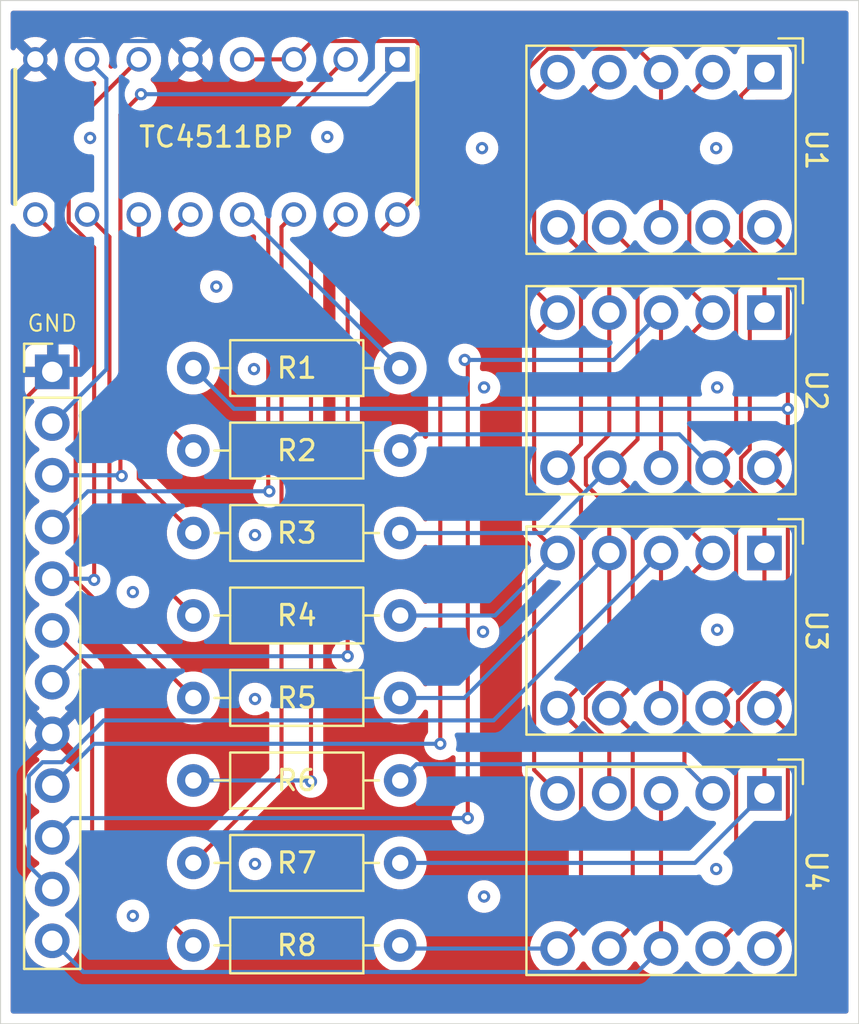
<source format=kicad_pcb>
(kicad_pcb (version 20241229) (generator "pcbnew") (generator_version "9.0")
  (title_block (title "7-segment_LED01") (date "2025-08-15") (company "mrmt_mtk03"))
  (layers (0 "F.Cu" signal) (2 "B.Cu" signal) (13 "F.Paste" user) (15 "B.Paste" user) (5 "F.SilkS" user "F.Silkscreen") (7 "B.SilkS" user "B.Silkscreen") (1 "F.Mask" user) (3 "B.Mask" user) (25 "Edge.Cuts" user))
  (net 0 "")
  (net 1 "Net-(IC1-G)")
  (net 2 "Net-(IC1-VDD)")
  (net 3 "Net-(IC1-D_2)")
  (net 4 "Net-(IC1-B_1)")
  (net 5 "Net-(IC1-A_1)")
  (net 6 "Net-(IC1-C_1)")
  (net 7 "Net-(IC1-A_2)")
  (net 8 "Net-(IC1-C_2)")
  (net 9 "Net-(IC1-B_2)")
  (net 10 "Net-(IC1-F)")
  (net 11 "Net-(IC1-E)")
  (net 12 "Net-(IC1-D_1)")
  (net 13 "Net-(J1-Pin_9)")
  (net 14 "Net-(J1-Pin_11)")
  (net 15 "Net-(J1-Pin_12)")
  (net 16 "Net-(J1-Pin_6)")
  (net 17 "Net-(J1-Pin_10)")
  (net 18 "Net-(U1-A)")
  (net 19 "Net-(U1-B)")
  (net 20 "Net-(U1-C)")
  (net 21 "Net-(U1-D)")
  (net 22 "Net-(U1-E)")
  (net 23 "Net-(U1-F)")
  (net 24 "Net-(U1-G)")
  (net 25 "Net-(U1-DP)")
  (net 26 "GND")
  (footprint "Display_7Segment:Sx39-1xxxxx" (layer "F.Cu") (at 96.97 78.835 -90)
    (property "Reference" "U4" (at 3.81 -2.54 270) (layer "F.SilkS"))
    (property "Value" "SC39-11EWA" (hide yes))
    (fp_line (start -1.3 11.69) (end 8.92 11.69) (stroke (width 0.12)) (layer "F.SilkS"))
    (fp_line (start 8.92 11.69) (end 8.92 -1.53) (stroke (width 0.12)) (layer "F.SilkS"))
    (fp_line (start -1.66 -0.69) (end -1.66 -1.89) (stroke (width 0.12)) (layer "F.SilkS"))
    (fp_line (start -1.3 -1.53) (end -1.3 11.69) (stroke (width 0.12)) (layer "F.SilkS"))
    (fp_line (start 8.92 -1.53) (end -1.3 -1.53) (stroke (width 0.12)) (layer "F.SilkS"))
    (fp_line (start -1.66 -1.89) (end -0.46 -1.89) (stroke (width 0.12)) (layer "F.SilkS"))
    (pad "1" thru_hole rect (at 0 0 270) (size 1.7 1.7) (drill 1) (layers "*.Cu" "*.Mask") (net 24 "Net-(U1-G)"))
    (pad "2" thru_hole circle (at 0 2.54 270) (size 1.7 1.7) (drill 1) (layers "*.Cu" "*.Mask") (net 23 "Net-(U1-F)"))
    (pad "3" thru_hole circle (at 0 5.08 270) (size 1.7 1.7) (drill 1) (layers "*.Cu" "*.Mask") (net 15 "Net-(J1-Pin_12)"))
    (pad "4" thru_hole circle (at 0 7.62 270) (size 1.7 1.7) (drill 1) (layers "*.Cu" "*.Mask") (net 22 "Net-(U1-E)"))
    (pad "5" thru_hole circle (at 0 10.16 270) (size 1.7 1.7) (drill 1) (layers "*.Cu" "*.Mask") (net 21 "Net-(U1-D)"))
    (pad "6" thru_hole circle (at 7.62 10.16 270) (size 1.7 1.7) (drill 1) (layers "*.Cu" "*.Mask") (net 25 "Net-(U1-DP)"))
    (pad "7" thru_hole circle (at 7.62 7.62 270) (size 1.7 1.7) (drill 1) (layers "*.Cu" "*.Mask") (net 20 "Net-(U1-C)"))
    (pad "8" thru_hole circle (at 7.62 5.08 270) (size 1.7 1.7) (drill 1) (layers "*.Cu" "*.Mask") (net 15 "Net-(J1-Pin_12)"))
    (pad "9" thru_hole circle (at 7.62 2.54 270) (size 1.7 1.7) (drill 1) (layers "*.Cu" "*.Mask") (net 19 "Net-(U1-B)"))
    (pad "10" thru_hole circle (at 7.62 0 270) (size 1.7 1.7) (drill 1) (layers "*.Cu" "*.Mask") (net 18 "Net-(U1-A)"))
  )
  (footprint "TC4511BP:DIP762W60P254L1975H445Q16N" (layer "F.Cu") (at 70.05 46.6 -90)
    (property "Reference" "IC1" (hide yes))
    (property "Value" "TC4511BP" (hide yes))
    (fp_line (start -3.3 9.875) (end 3.3 9.875) (stroke (width 0.2)) (layer "F.SilkS"))
    (fp_line (start -4.41 -9.875) (end 3.3 -9.875) (stroke (width 0.2)) (layer "F.SilkS"))
    (pad "1" thru_hole rect (at -3.81 -8.89 270) (size 1.2 1.2) (drill 0.8) (layers "*.Cu" "*.Mask") (net 4 "Net-(IC1-B_1)"))
    (pad "2" thru_hole circle (at -3.81 -6.35 270) (size 1.2 1.2) (drill 0.8) (layers "*.Cu" "*.Mask") (net 6 "Net-(IC1-C_1)"))
    (pad "3" thru_hole circle (at -3.81 -3.81 270) (size 1.2 1.2) (drill 0.8) (layers "*.Cu" "*.Mask") (net 2 "Net-(IC1-VDD)"))
    (pad "4" thru_hole circle (at -3.81 -1.27 270) (size 1.2 1.2) (drill 0.8) (layers "*.Cu" "*.Mask") (net 2 "Net-(IC1-VDD)"))
    (pad "5" thru_hole circle (at -3.81 1.27 270) (size 1.2 1.2) (drill 0.8) (layers "*.Cu" "*.Mask") (net 26 "GND"))
    (pad "6" thru_hole circle (at -3.81 3.81 270) (size 1.2 1.2) (drill 0.8) (layers "*.Cu" "*.Mask") (net 12 "Net-(IC1-D_1)"))
    (pad "7" thru_hole circle (at -3.81 6.35 270) (size 1.2 1.2) (drill 0.8) (layers "*.Cu" "*.Mask") (net 5 "Net-(IC1-A_1)"))
    (pad "8" thru_hole circle (at -3.81 8.89 270) (size 1.2 1.2) (drill 0.8) (layers "*.Cu" "*.Mask") (net 26 "GND"))
    (pad "9" thru_hole circle (at 3.81 8.89 270) (size 1.2 1.2) (drill 0.8) (layers "*.Cu" "*.Mask") (net 11 "Net-(IC1-E)"))
    (pad "10" thru_hole circle (at 3.81 6.35 270) (size 1.2 1.2) (drill 0.8) (layers "*.Cu" "*.Mask") (net 3 "Net-(IC1-D_2)"))
    (pad "11" thru_hole circle (at 3.81 3.81 270) (size 1.2 1.2) (drill 0.8) (layers "*.Cu" "*.Mask") (net 8 "Net-(IC1-C_2)"))
    (pad "12" thru_hole circle (at 3.81 1.27 270) (size 1.2 1.2) (drill 0.8) (layers "*.Cu" "*.Mask") (net 9 "Net-(IC1-B_2)"))
    (pad "13" thru_hole circle (at 3.81 -1.27 270) (size 1.2 1.2) (drill 0.8) (layers "*.Cu" "*.Mask") (net 7 "Net-(IC1-A_2)"))
    (pad "14" thru_hole circle (at 3.81 -3.81 270) (size 1.2 1.2) (drill 0.8) (layers "*.Cu" "*.Mask") (net 1 "Net-(IC1-G)"))
    (pad "15" thru_hole circle (at 3.81 -6.35 270) (size 1.2 1.2) (drill 0.8) (layers "*.Cu" "*.Mask") (net 10 "Net-(IC1-F)"))
    (pad "16" thru_hole circle (at 3.81 -8.89 270) (size 1.2 1.2) (drill 0.8) (layers "*.Cu" "*.Mask") (net 2 "Net-(IC1-VDD)"))
  )
  (footprint "Display_7Segment:Sx39-1xxxxx" (layer "F.Cu") (at 96.97 43.42 -90)
    (property "Reference" "U1" (at 3.81 -2.54 270) (layer "F.SilkS"))
    (property "Value" "SC39-11EWA" (hide yes))
    (fp_line (start -1.3 11.69) (end 8.92 11.69) (stroke (width 0.12)) (layer "F.SilkS"))
    (fp_line (start 8.92 11.69) (end 8.92 -1.53) (stroke (width 0.12)) (layer "F.SilkS"))
    (fp_line (start -1.66 -0.69) (end -1.66 -1.89) (stroke (width 0.12)) (layer "F.SilkS"))
    (fp_line (start -1.3 -1.53) (end -1.3 11.69) (stroke (width 0.12)) (layer "F.SilkS"))
    (fp_line (start 8.92 -1.53) (end -1.3 -1.53) (stroke (width 0.12)) (layer "F.SilkS"))
    (fp_line (start -1.66 -1.89) (end -0.46 -1.89) (stroke (width 0.12)) (layer "F.SilkS"))
    (pad "1" thru_hole rect (at 0 0 270) (size 1.7 1.7) (drill 1) (layers "*.Cu" "*.Mask") (net 24 "Net-(U1-G)"))
    (pad "2" thru_hole circle (at 0 2.54 270) (size 1.7 1.7) (drill 1) (layers "*.Cu" "*.Mask") (net 23 "Net-(U1-F)"))
    (pad "3" thru_hole circle (at 0 5.08 270) (size 1.7 1.7) (drill 1) (layers "*.Cu" "*.Mask") (net 13 "Net-(J1-Pin_9)"))
    (pad "4" thru_hole circle (at 0 7.62 270) (size 1.7 1.7) (drill 1) (layers "*.Cu" "*.Mask") (net 22 "Net-(U1-E)"))
    (pad "5" thru_hole circle (at 0 10.16 270) (size 1.7 1.7) (drill 1) (layers "*.Cu" "*.Mask") (net 21 "Net-(U1-D)"))
    (pad "6" thru_hole circle (at 7.62 10.16 270) (size 1.7 1.7) (drill 1) (layers "*.Cu" "*.Mask") (net 25 "Net-(U1-DP)"))
    (pad "7" thru_hole circle (at 7.62 7.62 270) (size 1.7 1.7) (drill 1) (layers "*.Cu" "*.Mask") (net 20 "Net-(U1-C)"))
    (pad "8" thru_hole circle (at 7.62 5.08 270) (size 1.7 1.7) (drill 1) (layers "*.Cu" "*.Mask") (net 13 "Net-(J1-Pin_9)"))
    (pad "9" thru_hole circle (at 7.62 2.54 270) (size 1.7 1.7) (drill 1) (layers "*.Cu" "*.Mask") (net 19 "Net-(U1-B)"))
    (pad "10" thru_hole circle (at 7.62 0 270) (size 1.7 1.7) (drill 1) (layers "*.Cu" "*.Mask") (net 18 "Net-(U1-A)"))
  )
  (footprint "Resistor_THT:R_Axial_DIN0207_L6.3mm_D2.5mm_P10.16mm_Horizontal" (layer "F.Cu") (at 79.08 70.1 180)
    (property "Reference" "R4" (at 5.08 0 0) (layer "F.SilkS"))
    (property "Value" "R" (hide yes))
    (fp_line (start 9.12 0) (end 8.35 0) (stroke (width 0.12)) (layer "F.SilkS"))
    (fp_line (start 1.04 0) (end 1.81 0) (stroke (width 0.12)) (layer "F.SilkS"))
    (fp_rect (start 1.81 -1.37) (end 8.35 1.37) (stroke (width 0.12)) (fill no) (layer "F.SilkS"))
    (pad "1" thru_hole circle (at 0 0 180) (size 1.6 1.6) (drill 0.8) (layers "*.Cu" "*.Mask") (net 21 "Net-(U1-D)"))
    (pad "2" thru_hole circle (at 10.16 0 180) (size 1.6 1.6) (drill 0.8) (layers "*.Cu" "*.Mask") (net 3 "Net-(IC1-D_2)"))
  )
  (footprint "Display_7Segment:Sx39-1xxxxx" (layer "F.Cu") (at 96.97 55.225 -90)
    (property "Reference" "U2" (at 3.81 -2.54 270) (layer "F.SilkS"))
    (property "Value" "SC39-11EWA" (hide yes))
    (fp_line (start -1.3 11.69) (end 8.92 11.69) (stroke (width 0.12)) (layer "F.SilkS"))
    (fp_line (start 8.92 11.69) (end 8.92 -1.53) (stroke (width 0.12)) (layer "F.SilkS"))
    (fp_line (start -1.66 -0.69) (end -1.66 -1.89) (stroke (width 0.12)) (layer "F.SilkS"))
    (fp_line (start -1.3 -1.53) (end -1.3 11.69) (stroke (width 0.12)) (layer "F.SilkS"))
    (fp_line (start 8.92 -1.53) (end -1.3 -1.53) (stroke (width 0.12)) (layer "F.SilkS"))
    (fp_line (start -1.66 -1.89) (end -0.46 -1.89) (stroke (width 0.12)) (layer "F.SilkS"))
    (pad "1" thru_hole rect (at 0 0 270) (size 1.7 1.7) (drill 1) (layers "*.Cu" "*.Mask") (net 24 "Net-(U1-G)"))
    (pad "2" thru_hole circle (at 0 2.54 270) (size 1.7 1.7) (drill 1) (layers "*.Cu" "*.Mask") (net 23 "Net-(U1-F)"))
    (pad "3" thru_hole circle (at 0 5.08 270) (size 1.7 1.7) (drill 1) (layers "*.Cu" "*.Mask") (net 17 "Net-(J1-Pin_10)"))
    (pad "4" thru_hole circle (at 0 7.62 270) (size 1.7 1.7) (drill 1) (layers "*.Cu" "*.Mask") (net 22 "Net-(U1-E)"))
    (pad "5" thru_hole circle (at 0 10.16 270) (size 1.7 1.7) (drill 1) (layers "*.Cu" "*.Mask") (net 21 "Net-(U1-D)"))
    (pad "6" thru_hole circle (at 7.62 10.16 270) (size 1.7 1.7) (drill 1) (layers "*.Cu" "*.Mask") (net 25 "Net-(U1-DP)"))
    (pad "7" thru_hole circle (at 7.62 7.62 270) (size 1.7 1.7) (drill 1) (layers "*.Cu" "*.Mask") (net 20 "Net-(U1-C)"))
    (pad "8" thru_hole circle (at 7.62 5.08 270) (size 1.7 1.7) (drill 1) (layers "*.Cu" "*.Mask") (net 17 "Net-(J1-Pin_10)"))
    (pad "9" thru_hole circle (at 7.62 2.54 270) (size 1.7 1.7) (drill 1) (layers "*.Cu" "*.Mask") (net 19 "Net-(U1-B)"))
    (pad "10" thru_hole circle (at 7.62 0 270) (size 1.7 1.7) (drill 1) (layers "*.Cu" "*.Mask") (net 18 "Net-(U1-A)"))
  )
  (footprint "Connector_PinHeader_2.54mm:PinHeader_1x12_P2.54mm_Vertical" (layer "F.Cu") (at 61.99 58.135)
    (property "Reference" "GND" (at 0 -2.38 0) (layer "F.SilkS") (effects (font (size 0.8 0.8) (thickness 0.1) (bold yes))))
    (property "Value" "Conn_01x12_Pin" (hide yes))
    (fp_line (start -1.38 -1.38) (end 0 -1.38) (stroke (width 0.12)) (layer "F.SilkS"))
    (fp_line (start -1.38 0) (end -1.38 -1.38) (stroke (width 0.12)) (layer "F.SilkS"))
    (fp_line (start -1.38 1.27) (end -1.38 29.32) (stroke (width 0.12)) (layer "F.SilkS"))
    (fp_line (start -1.38 1.27) (end 1.38 1.27) (stroke (width 0.12)) (layer "F.SilkS"))
    (fp_line (start -1.38 29.32) (end 1.38 29.32) (stroke (width 0.12)) (layer "F.SilkS"))
    (fp_line (start 1.38 1.27) (end 1.38 29.32) (stroke (width 0.12)) (layer "F.SilkS"))
    (pad "1" thru_hole rect (at 0 0) (size 1.7 1.7) (drill 1) (layers "*.Cu" "*.Mask") (net 26 "GND"))
    (pad "2" thru_hole circle (at 0 2.54) (size 1.7 1.7) (drill 1) (layers "*.Cu" "*.Mask") (net 5 "Net-(IC1-A_1)"))
    (pad "3" thru_hole circle (at 0 5.08) (size 1.7 1.7) (drill 1) (layers "*.Cu" "*.Mask") (net 4 "Net-(IC1-B_1)"))
    (pad "4" thru_hole circle (at 0 7.62) (size 1.7 1.7) (drill 1) (layers "*.Cu" "*.Mask") (net 6 "Net-(IC1-C_1)"))
    (pad "5" thru_hole circle (at 0 10.16) (size 1.7 1.7) (drill 1) (layers "*.Cu" "*.Mask") (net 12 "Net-(IC1-D_1)"))
    (pad "6" thru_hole circle (at 0 12.7) (size 1.7 1.7) (drill 1) (layers "*.Cu" "*.Mask") (net 16 "Net-(J1-Pin_6)"))
    (pad "7" thru_hole circle (at 0 15.24) (size 1.7 1.7) (drill 1) (layers "*.Cu" "*.Mask") (net 2 "Net-(IC1-VDD)"))
    (pad "8" thru_hole circle (at 0 17.78) (size 1.7 1.7) (drill 1) (layers "*.Cu" "*.Mask") (net 26 "GND"))
    (pad "9" thru_hole circle (at 0 20.32) (size 1.7 1.7) (drill 1) (layers "*.Cu" "*.Mask") (net 13 "Net-(J1-Pin_9)"))
    (pad "10" thru_hole circle (at 0 22.86) (size 1.7 1.7) (drill 1) (layers "*.Cu" "*.Mask") (net 17 "Net-(J1-Pin_10)"))
    (pad "11" thru_hole circle (at 0 25.4) (size 1.7 1.7) (drill 1) (layers "*.Cu" "*.Mask") (net 14 "Net-(J1-Pin_11)"))
    (pad "12" thru_hole circle (at 0 27.94) (size 1.7 1.7) (drill 1) (layers "*.Cu" "*.Mask") (net 15 "Net-(J1-Pin_12)"))
  )
  (footprint "Resistor_THT:R_Axial_DIN0207_L6.3mm_D2.5mm_P10.16mm_Horizontal" (layer "F.Cu") (at 79.08 57.95 180)
    (property "Reference" "R1" (at 5.08 0 0) (layer "F.SilkS"))
    (property "Value" "R" (hide yes))
    (fp_line (start 9.12 0) (end 8.35 0) (stroke (width 0.12)) (layer "F.SilkS"))
    (fp_line (start 1.04 0) (end 1.81 0) (stroke (width 0.12)) (layer "F.SilkS"))
    (fp_rect (start 1.81 -1.37) (end 8.35 1.37) (stroke (width 0.12)) (fill no) (layer "F.SilkS"))
    (pad "1" thru_hole circle (at 0 0 180) (size 1.6 1.6) (drill 0.8) (layers "*.Cu" "*.Mask") (net 7 "Net-(IC1-A_2)"))
    (pad "2" thru_hole circle (at 10.16 0 180) (size 1.6 1.6) (drill 0.8) (layers "*.Cu" "*.Mask") (net 18 "Net-(U1-A)"))
  )
  (footprint "Resistor_THT:R_Axial_DIN0207_L6.3mm_D2.5mm_P10.16mm_Horizontal" (layer "F.Cu") (at 79.08 74.15 180)
    (property "Reference" "R5" (at 5.08 0 0) (layer "F.SilkS"))
    (property "Value" "R" (hide yes))
    (fp_line (start 9.12 0) (end 8.35 0) (stroke (width 0.12)) (layer "F.SilkS"))
    (fp_line (start 1.04 0) (end 1.81 0) (stroke (width 0.12)) (layer "F.SilkS"))
    (fp_rect (start 1.81 -1.37) (end 8.35 1.37) (stroke (width 0.12)) (fill no) (layer "F.SilkS"))
    (pad "1" thru_hole circle (at 0 0 180) (size 1.6 1.6) (drill 0.8) (layers "*.Cu" "*.Mask") (net 22 "Net-(U1-E)"))
    (pad "2" thru_hole circle (at 10.16 0 180) (size 1.6 1.6) (drill 0.8) (layers "*.Cu" "*.Mask") (net 11 "Net-(IC1-E)"))
  )
  (footprint "Resistor_THT:R_Axial_DIN0207_L6.3mm_D2.5mm_P10.16mm_Horizontal" (layer "F.Cu") (at 79.08 86.3 180)
    (property "Reference" "R8" (at 5.08 0 0) (layer "F.SilkS"))
    (property "Value" "R" (hide yes))
    (fp_line (start 9.12 0) (end 8.35 0) (stroke (width 0.12)) (layer "F.SilkS"))
    (fp_line (start 1.04 0) (end 1.81 0) (stroke (width 0.12)) (layer "F.SilkS"))
    (fp_rect (start 1.81 -1.37) (end 8.35 1.37) (stroke (width 0.12)) (fill no) (layer "F.SilkS"))
    (pad "1" thru_hole circle (at 0 0 180) (size 1.6 1.6) (drill 0.8) (layers "*.Cu" "*.Mask") (net 25 "Net-(U1-DP)"))
    (pad "2" thru_hole circle (at 10.16 0 180) (size 1.6 1.6) (drill 0.8) (layers "*.Cu" "*.Mask") (net 16 "Net-(J1-Pin_6)"))
  )
  (footprint "Resistor_THT:R_Axial_DIN0207_L6.3mm_D2.5mm_P10.16mm_Horizontal" (layer "F.Cu") (at 79.08 66.05 180)
    (property "Reference" "R3" (at 5.08 0 0) (layer "F.SilkS"))
    (property "Value" "R" (hide yes))
    (fp_line (start 9.12 0) (end 8.35 0) (stroke (width 0.12)) (layer "F.SilkS"))
    (fp_line (start 1.04 0) (end 1.81 0) (stroke (width 0.12)) (layer "F.SilkS"))
    (fp_rect (start 1.81 -1.37) (end 8.35 1.37) (stroke (width 0.12)) (fill no) (layer "F.SilkS"))
    (pad "1" thru_hole circle (at 0 0 180) (size 1.6 1.6) (drill 0.8) (layers "*.Cu" "*.Mask") (net 20 "Net-(U1-C)"))
    (pad "2" thru_hole circle (at 10.16 0 180) (size 1.6 1.6) (drill 0.8) (layers "*.Cu" "*.Mask") (net 8 "Net-(IC1-C_2)"))
  )
  (footprint "Resistor_THT:R_Axial_DIN0207_L6.3mm_D2.5mm_P10.16mm_Horizontal" (layer "F.Cu") (at 79.08 62 180)
    (property "Reference" "R2" (at 5.08 0 0) (layer "F.SilkS"))
    (property "Value" "R" (hide yes))
    (fp_line (start 9.12 0) (end 8.35 0) (stroke (width 0.12)) (layer "F.SilkS"))
    (fp_line (start 1.04 0) (end 1.81 0) (stroke (width 0.12)) (layer "F.SilkS"))
    (fp_rect (start 1.81 -1.37) (end 8.35 1.37) (stroke (width 0.12)) (fill no) (layer "F.SilkS"))
    (pad "1" thru_hole circle (at 0 0 180) (size 1.6 1.6) (drill 0.8) (layers "*.Cu" "*.Mask") (net 19 "Net-(U1-B)"))
    (pad "2" thru_hole circle (at 10.16 0 180) (size 1.6 1.6) (drill 0.8) (layers "*.Cu" "*.Mask") (net 9 "Net-(IC1-B_2)"))
  )
  (footprint "Resistor_THT:R_Axial_DIN0207_L6.3mm_D2.5mm_P10.16mm_Horizontal" (layer "F.Cu") (at 79.08 82.25 180)
    (property "Reference" "R7" (at 5.08 0 0) (layer "F.SilkS"))
    (property "Value" "R" (hide yes))
    (fp_line (start 9.12 0) (end 8.35 0) (stroke (width 0.12)) (layer "F.SilkS"))
    (fp_line (start 1.04 0) (end 1.81 0) (stroke (width 0.12)) (layer "F.SilkS"))
    (fp_rect (start 1.81 -1.37) (end 8.35 1.37) (stroke (width 0.12)) (fill no) (layer "F.SilkS"))
    (pad "1" thru_hole circle (at 0 0 180) (size 1.6 1.6) (drill 0.8) (layers "*.Cu" "*.Mask") (net 24 "Net-(U1-G)"))
    (pad "2" thru_hole circle (at 10.16 0 180) (size 1.6 1.6) (drill 0.8) (layers "*.Cu" "*.Mask") (net 1 "Net-(IC1-G)"))
  )
  (footprint "Resistor_THT:R_Axial_DIN0207_L6.3mm_D2.5mm_P10.16mm_Horizontal" (layer "F.Cu") (at 79.08 78.2 180)
    (property "Reference" "R6" (at 5.08 0 0) (layer "F.SilkS"))
    (property "Value" "R" (hide yes))
    (fp_line (start 9.12 0) (end 8.35 0) (stroke (width 0.12)) (layer "F.SilkS"))
    (fp_line (start 1.04 0) (end 1.81 0) (stroke (width 0.12)) (layer "F.SilkS"))
    (fp_rect (start 1.81 -1.37) (end 8.35 1.37) (stroke (width 0.12)) (fill no) (layer "F.SilkS"))
    (pad "1" thru_hole circle (at 0 0 180) (size 1.6 1.6) (drill 0.8) (layers "*.Cu" "*.Mask") (net 23 "Net-(U1-F)"))
    (pad "2" thru_hole circle (at 10.16 0 180) (size 1.6 1.6) (drill 0.8) (layers "*.Cu" "*.Mask") (net 10 "Net-(IC1-F)"))
  )
  (footprint "Display_7Segment:Sx39-1xxxxx" (layer "F.Cu") (at 96.97 67.03 -90)
    (property "Reference" "U3" (at 3.81 -2.54 270) (layer "F.SilkS"))
    (property "Value" "SC39-11EWA" (hide yes))
    (fp_line (start -1.3 11.69) (end 8.92 11.69) (stroke (width 0.12)) (layer "F.SilkS"))
    (fp_line (start 8.92 11.69) (end 8.92 -1.53) (stroke (width 0.12)) (layer "F.SilkS"))
    (fp_line (start -1.66 -0.69) (end -1.66 -1.89) (stroke (width 0.12)) (layer "F.SilkS"))
    (fp_line (start -1.3 -1.53) (end -1.3 11.69) (stroke (width 0.12)) (layer "F.SilkS"))
    (fp_line (start 8.92 -1.53) (end -1.3 -1.53) (stroke (width 0.12)) (layer "F.SilkS"))
    (fp_line (start -1.66 -1.89) (end -0.46 -1.89) (stroke (width 0.12)) (layer "F.SilkS"))
    (pad "1" thru_hole rect (at 0 0 270) (size 1.7 1.7) (drill 1) (layers "*.Cu" "*.Mask") (net 24 "Net-(U1-G)"))
    (pad "2" thru_hole circle (at 0 2.54 270) (size 1.7 1.7) (drill 1) (layers "*.Cu" "*.Mask") (net 23 "Net-(U1-F)"))
    (pad "3" thru_hole circle (at 0 5.08 270) (size 1.7 1.7) (drill 1) (layers "*.Cu" "*.Mask") (net 14 "Net-(J1-Pin_11)"))
    (pad "4" thru_hole circle (at 0 7.62 270) (size 1.7 1.7) (drill 1) (layers "*.Cu" "*.Mask") (net 22 "Net-(U1-E)"))
    (pad "5" thru_hole circle (at 0 10.16 270) (size 1.7 1.7) (drill 1) (layers "*.Cu" "*.Mask") (net 21 "Net-(U1-D)"))
    (pad "6" thru_hole circle (at 7.62 10.16 270) (size 1.7 1.7) (drill 1) (layers "*.Cu" "*.Mask") (net 25 "Net-(U1-DP)"))
    (pad "7" thru_hole circle (at 7.62 7.62 270) (size 1.7 1.7) (drill 1) (layers "*.Cu" "*.Mask") (net 20 "Net-(U1-C)"))
    (pad "8" thru_hole circle (at 7.62 5.08 270) (size 1.7 1.7) (drill 1) (layers "*.Cu" "*.Mask") (net 14 "Net-(J1-Pin_11)"))
    (pad "9" thru_hole circle (at 7.62 2.54 270) (size 1.7 1.7) (drill 1) (layers "*.Cu" "*.Mask") (net 19 "Net-(U1-B)"))
    (pad "10" thru_hole circle (at 7.62 0 270) (size 1.7 1.7) (drill 1) (layers "*.Cu" "*.Mask") (net 18 "Net-(U1-A)"))
  )
  (gr_rect (start 59.45 39.9) (end 101.6 90.15) (stroke (width 0.05)) (fill no) (layer "Edge.Cuts"))
  (gr_text "TC4511BP" (at 70.05 46.6 0) (layer "F.SilkS") (effects (font (size 1 1))))
  (via (at 71.9 58) (size 0.6) (drill 0.3) (layers "F.Cu" "B.Cu") (net 0))
  (via (at 94.6 47.15) (size 0.6) (drill 0.3) (layers "F.Cu" "B.Cu") (net 0))
  (via (at 70.05 53.95) (size 0.6) (drill 0.3) (layers "F.Cu" "B.Cu") (net 0))
  (via (at 75.5 46.6) (size 0.6) (drill 0.3) (layers "F.Cu" "B.Cu") (net 0))
  (via (at 71.95 66.15) (size 0.6) (drill 0.3) (layers "F.Cu" "B.Cu") (net 0))
  (via (at 83.2 58.9) (size 0.6) (drill 0.3) (layers "F.Cu" "B.Cu") (net 0))
  (via (at 83.1 47.15) (size 0.6) (drill 0.3) (layers "F.Cu" "B.Cu") (net 0))
  (via (at 65.95 84.85) (size 0.6) (drill 0.3) (layers "F.Cu" "B.Cu") (net 0))
  (via (at 63.85 46.65) (size 0.6) (drill 0.3) (layers "F.Cu" "B.Cu") (net 0))
  (via (at 94.65 58.9) (size 0.6) (drill 0.3) (layers "F.Cu" "B.Cu") (net 0))
  (via (at 83.15 70.9) (size 0.6) (drill 0.3) (layers "F.Cu" "B.Cu") (net 0))
  (via (at 71.95 74.2) (size 0.6) (drill 0.3) (layers "F.Cu" "B.Cu") (net 0))
  (via (at 65.95 68.95) (size 0.6) (drill 0.3) (layers "F.Cu" "B.Cu") (net 0))
  (via (at 94.6 82.55) (size 0.6) (drill 0.3) (layers "F.Cu" "B.Cu") (net 0))
  (via (at 94.65 70.8) (size 0.6) (drill 0.3) (layers "F.Cu" "B.Cu") (net 0))
  (via (at 71.95 82.3) (size 0.6) (drill 0.3) (layers "F.Cu" "B.Cu") (net 0))
  (via (at 83.2 83.9) (size 0.6) (drill 0.3) (layers "F.Cu" "B.Cu") (net 0))
  (segment (start 73.86 50.41) (end 73.251 51.019) (width 0.2) (layer "F.Cu") (net 1))
  (segment (start 73.251 77.919) (end 68.92 82.25) (width 0.2) (layer "F.Cu") (net 1))
  (segment (start 73.251 51.019) (end 73.251 77.919) (width 0.2) (layer "F.Cu") (net 1))
  (segment (start 80.4 48.95) (end 80.4 42.448) (width 0.2) (layer "F.Cu") (net 2))
  (segment (start 78.94 50.41) (end 80.4 48.95) (width 0.2) (layer "F.Cu") (net 2))
  (segment (start 80.4 42.448) (end 79.841 41.889) (width 0.2) (layer "F.Cu") (net 2))
  (segment (start 76.5 52.85) (end 78.94 50.41) (width 0.2) (layer "F.Cu") (net 2))
  (segment (start 74.761 41.889) (end 73.86 42.79) (width 0.2) (layer "F.Cu") (net 2))
  (segment (start 76.5 72.1) (end 76.5 52.85) (width 0.2) (layer "F.Cu") (net 2))
  (segment (start 71.32 42.79) (end 73.86 42.79) (width 0.2) (layer "F.Cu") (net 2))
  (segment (start 79.841 41.889) (end 74.761 41.889) (width 0.2) (layer "F.Cu") (net 2))
  (via (at 76.5 72.1) (size 0.6) (drill 0.3) (layers "F.Cu" "B.Cu") (net 2))
  (segment (start 76.5 72.1) (end 63.265 72.1) (width 0.2) (layer "B.Cu") (net 2))
  (segment (start 63.265 72.1) (end 61.99 73.375) (width 0.2) (layer "B.Cu") (net 2))
  (segment (start 64.8 65.98) (end 68.92 70.1) (width 0.2) (layer "F.Cu") (net 3))
  (segment (start 64.8 51.51) (end 64.8 65.98) (width 0.2) (layer "F.Cu") (net 3))
  (segment (start 63.7 50.41) (end 64.8 51.51) (width 0.2) (layer "F.Cu") (net 3))
  (segment (start 65.339 63.189) (end 65.339 45.511) (width 0.2) (layer "F.Cu") (net 4))
  (segment (start 65.339 63.189) (end 65.4 63.25) (width 0.2) (layer "F.Cu") (net 4))
  (segment (start 65.339 45.511) (end 66.35 44.5) (width 0.2) (layer "F.Cu") (net 4))
  (via (at 65.4 63.25) (size 0.6) (drill 0.3) (layers "F.Cu" "B.Cu") (net 4))
  (via (at 66.35 44.5) (size 0.6) (drill 0.3) (layers "F.Cu" "B.Cu") (net 4))
  (segment (start 65.365 63.215) (end 61.99 63.215) (width 0.2) (layer "B.Cu") (net 4))
  (segment (start 77.45 44.5) (end 78.94 43.01) (width 0.2) (layer "B.Cu") (net 4))
  (segment (start 66.35 44.5) (end 77.45 44.5) (width 0.2) (layer "B.Cu") (net 4))
  (segment (start 78.94 43.01) (end 78.94 42.79) (width 0.2) (layer "B.Cu") (net 4))
  (segment (start 65.4 63.25) (end 65.365 63.215) (width 0.2) (layer "B.Cu") (net 4))
  (segment (start 64.65 43.74) (end 64.65 58.015) (width 0.2) (layer "B.Cu") (net 5))
  (segment (start 63.7 42.79) (end 64.65 43.74) (width 0.2) (layer "B.Cu") (net 5))
  (segment (start 64.65 58.015) (end 61.99 60.675) (width 0.2) (layer "B.Cu") (net 5))
  (segment (start 72.6 46.59) (end 72.6 63.95) (width 0.2) (layer "F.Cu") (net 6))
  (segment (start 72.6 63.95) (end 72.65 64) (width 0.2) (layer "F.Cu") (net 6))
  (segment (start 76.4 42.79) (end 72.6 46.59) (width 0.2) (layer "F.Cu") (net 6))
  (via (at 72.65 64) (size 0.6) (drill 0.3) (layers "F.Cu" "B.Cu") (net 6))
  (segment (start 72.65 64) (end 63.745 64) (width 0.2) (layer "B.Cu") (net 6))
  (segment (start 63.745 64) (end 61.99 65.755) (width 0.2) (layer "B.Cu") (net 6))
  (segment (start 79.08 57.95) (end 71.54 50.41) (width 0.2) (layer "B.Cu") (net 7))
  (segment (start 71.54 50.41) (end 71.32 50.41) (width 0.2) (layer "B.Cu") (net 7))
  (segment (start 66.24 63.37) (end 68.92 66.05) (width 0.2) (layer "F.Cu") (net 8))
  (segment (start 66.24 50.41) (end 66.24 63.37) (width 0.2) (layer "F.Cu") (net 8))
  (segment (start 67.5 51.69) (end 67.5 60.58) (width 0.2) (layer "F.Cu") (net 9))
  (segment (start 68.78 50.41) (end 67.5 51.69) (width 0.2) (layer "F.Cu") (net 9))
  (segment (start 67.5 60.58) (end 68.92 62) (width 0.2) (layer "F.Cu") (net 9))
  (segment (start 76.4 50.41) (end 74.7 52.11) (width 0.2) (layer "F.Cu") (net 10))
  (segment (start 74.7 52.11) (end 74.7 78.25) (width 0.2) (layer "F.Cu") (net 10))
  (via (at 74.7 78.25) (size 0.6) (drill 0.3) (layers "F.Cu" "B.Cu") (net 10))
  (segment (start 74.65 78.2) (end 68.92 78.2) (width 0.2) (layer "B.Cu") (net 10))
  (segment (start 74.7 78.25) (end 74.65 78.2) (width 0.2) (layer "B.Cu") (net 10))
  (segment (start 63.141 68.371) (end 68.92 74.15) (width 0.2) (layer "F.Cu") (net 11))
  (segment (start 63.141 52.391) (end 63.141 68.371) (width 0.2) (layer "F.Cu") (net 11))
  (segment (start 61.16 50.41) (end 63.141 52.391) (width 0.2) (layer "F.Cu") (net 11))
  (segment (start 62.799 46.231) (end 62.799 50.783207) (width 0.2) (layer "F.Cu") (net 12))
  (segment (start 66.24 42.79) (end 62.799 46.231) (width 0.2) (layer "F.Cu") (net 12))
  (segment (start 62.799 50.783207) (end 64.05 52.034207) (width 0.2) (layer "F.Cu") (net 12))
  (segment (start 64.05 52.034207) (end 64.05 68.35) (width 0.2) (layer "F.Cu") (net 12))
  (via (at 64.05 68.35) (size 0.6) (drill 0.3) (layers "F.Cu" "B.Cu") (net 12))
  (segment (start 61.99 68.36) (end 61.95 68.4) (width 0.2) (layer "B.Cu") (net 12))
  (segment (start 63.995 68.295) (end 61.99 68.295) (width 0.2) (layer "B.Cu") (net 12))
  (segment (start 61.99 68.295) (end 61.99 68.36) (width 0.2) (layer "B.Cu") (net 12))
  (segment (start 64.05 68.35) (end 63.995 68.295) (width 0.2) (layer "B.Cu") (net 12))
  (segment (start 81.05 76.4) (end 81.05 47.55224) (width 0.2) (layer "F.Cu") (net 13))
  (segment (start 91.89 43.42) (end 91.89 51.04) (width 0.2) (layer "F.Cu") (net 13))
  (segment (start 81.05 47.55224) (end 86.33324 42.269) (width 0.2) (layer "F.Cu") (net 13))
  (segment (start 86.33324 42.269) (end 90.739 42.269) (width 0.2) (layer "F.Cu") (net 13))
  (segment (start 90.739 42.269) (end 91.89 43.42) (width 0.2) (layer "F.Cu") (net 13))
  (via (at 81.05 76.4) (size 0.6) (drill 0.3) (layers "F.Cu" "B.Cu") (net 13))
  (segment (start 61.99 78.455) (end 64.045 76.4) (width 0.2) (layer "B.Cu") (net 13))
  (segment (start 64.045 76.4) (end 81.05 76.4) (width 0.2) (layer "B.Cu") (net 13))
  (segment (start 91.89 67.03) (end 91.89 74.65) (width 0.2) (layer "F.Cu") (net 14))
  (segment (start 64.51976 75.251) (end 83.669 75.251) (width 0.2) (layer "B.Cu") (net 14))
  (segment (start 61.51324 77.304) (end 62.46676 77.304) (width 0.2) (layer "B.Cu") (net 14))
  (segment (start 60.839 77.97824) (end 61.51324 77.304) (width 0.2) (layer "B.Cu") (net 14))
  (segment (start 62.46676 77.304) (end 64.51976 75.251) (width 0.2) (layer "B.Cu") (net 14))
  (segment (start 60.839 82.384) (end 60.839 77.97824) (width 0.2) (layer "B.Cu") (net 14))
  (segment (start 61.99 83.535) (end 60.839 82.384) (width 0.2) (layer "B.Cu") (net 14))
  (segment (start 83.669 75.251) (end 91.89 67.03) (width 0.2) (layer "B.Cu") (net 14))
  (segment (start 91.89 78.835) (end 91.89 86.455) (width 0.2) (layer "F.Cu") (net 15))
  (segment (start 90.739 87.606) (end 63.521 87.606) (width 0.2) (layer "B.Cu") (net 15))
  (segment (start 91.89 86.455) (end 90.739 87.606) (width 0.2) (layer "B.Cu") (net 15))
  (segment (start 63.521 87.606) (end 61.99 86.075) (width 0.2) (layer "B.Cu") (net 15))
  (segment (start 61.99 70.835) (end 63.95 72.795) (width 0.2) (layer "F.Cu") (net 16))
  (segment (start 63.95 81.33) (end 68.92 86.3) (width 0.2) (layer "F.Cu") (net 16))
  (segment (start 63.95 72.795) (end 63.95 81.33) (width 0.2) (layer "F.Cu") (net 16))
  (segment (start 82.4 57.7) (end 82.25 57.55) (width 0.2) (layer "F.Cu") (net 17))
  (segment (start 82.4 80.05) (end 82.4 57.7) (width 0.2) (layer "F.Cu") (net 17))
  (segment (start 91.89 55.225) (end 91.89 62.845) (width 0.2) (layer "F.Cu") (net 17))
  (via (at 82.4 80.05) (size 0.6) (drill 0.3) (layers "F.Cu" "B.Cu") (net 17))
  (via (at 82.25 57.55) (size 0.6) (drill 0.3) (layers "F.Cu" "B.Cu") (net 17))
  (segment (start 82.25 57.55) (end 89.565 57.55) (width 0.2) (layer "B.Cu") (net 17))
  (segment (start 89.565 57.55) (end 91.89 55.225) (width 0.2) (layer "B.Cu") (net 17))
  (segment (start 62.935 80.05) (end 82.4 80.05) (width 0.2) (layer "B.Cu") (net 17))
  (segment (start 61.99 80.995) (end 62.935 80.05) (width 0.2) (layer "B.Cu") (net 17))
  (segment (start 98.121 61.694) (end 96.97 62.845) (width 0.2) (layer "F.Cu") (net 18))
  (segment (start 98.121 73.499) (end 96.97 74.65) (width 0.2) (layer "F.Cu") (net 18))
  (segment (start 98.121 85.304) (end 96.97 86.455) (width 0.2) (layer "F.Cu") (net 18))
  (segment (start 98.121 63.996) (end 98.121 73.499) (width 0.2) (layer "F.Cu") (net 18))
  (segment (start 96.97 51.04) (end 98.121 52.191) (width 0.2) (layer "F.Cu") (net 18))
  (segment (start 96.97 74.65) (end 98.121 75.801) (width 0.2) (layer "F.Cu") (net 18))
  (segment (start 98.121 59.95) (end 98.121 61.694) (width 0.2) (layer "F.Cu") (net 18))
  (segment (start 98.121 75.801) (end 98.121 85.304) (width 0.2) (layer "F.Cu") (net 18))
  (segment (start 96.97 62.845) (end 98.121 63.996) (width 0.2) (layer "F.Cu") (net 18))
  (segment (start 98.121 52.191) (end 98.121 59.95) (width 0.2) (layer "F.Cu") (net 18))
  (segment (start 98.121 59.95) (end 98.121 59.85) (width 0.2) (layer "F.Cu") (net 18))
  (via (at 98.121 59.95) (size 0.6) (drill 0.3) (layers "F.Cu" "B.Cu") (net 18))
  (segment (start 70.92 59.95) (end 68.92 57.95) (width 0.2) (layer "B.Cu") (net 18))
  (segment (start 98.121 59.95) (end 70.92 59.95) (width 0.2) (layer "B.Cu") (net 18))
  (segment (start 94.43 74.65) (end 95.581 75.801) (width 0.2) (layer "F.Cu") (net 19))
  (segment (start 95.581 63.996) (end 95.581 73.499) (width 0.2) (layer "F.Cu") (net 19))
  (segment (start 95.581 73.499) (end 94.43 74.65) (width 0.2) (layer "F.Cu") (net 19))
  (segment (start 95.581 61.694) (end 94.43 62.845) (width 0.2) (layer "F.Cu") (net 19))
  (segment (start 95.581 75.801) (end 95.581 85.304) (width 0.2) (layer "F.Cu") (net 19))
  (segment (start 94.43 62.845) (end 95.581 63.996) (width 0.2) (layer "F.Cu") (net 19))
  (segment (start 95.581 85.304) (end 94.43 86.455) (width 0.2) (layer "F.Cu") (net 19))
  (segment (start 95.581 52.191) (end 95.581 61.694) (width 0.2) (layer "F.Cu") (net 19))
  (segment (start 94.43 51.04) (end 95.581 52.191) (width 0.2) (layer "F.Cu") (net 19))
  (segment (start 92.785001 61.200001) (end 94.43 62.845) (width 0.2) (layer "B.Cu") (net 19))
  (segment (start 79.879999 61.200001) (end 92.785001 61.200001) (width 0.2) (layer "B.Cu") (net 19))
  (segment (start 79.08 62) (end 79.879999 61.200001) (width 0.2) (layer "B.Cu") (net 19))
  (segment (start 89.35 62.845) (end 90.501 63.996) (width 0.2) (layer "F.Cu") (net 20))
  (segment (start 89.35 74.65) (end 90.501 75.801) (width 0.2) (layer "F.Cu") (net 20))
  (segment (start 90.501 63.996) (end 90.501 73.499) (width 0.2) (layer "F.Cu") (net 20))
  (segment (start 89.35 51.04) (end 90.739 52.429) (width 0.2) (layer "F.Cu") (net 20))
  (segment (start 90.739 52.429) (end 90.739 61.456) (width 0.2) (layer "F.Cu") (net 20))
  (segment (start 90.501 73.499) (end 89.35 74.65) (width 0.2) (layer "F.Cu") (net 20))
  (segment (start 90.501 85.304) (end 89.35 86.455) (width 0.2) (layer "F.Cu") (net 20))
  (segment (start 90.501 75.801) (end 90.501 85.304) (width 0.2) (layer "F.Cu") (net 20))
  (segment (start 90.739 61.456) (end 89.35 62.845) (width 0.2) (layer "F.Cu") (net 20))
  (segment (start 86.145 66.05) (end 89.35 62.845) (width 0.2) (layer "B.Cu") (net 20))
  (segment (start 79.08 66.05) (end 86.145 66.05) (width 0.2) (layer "B.Cu") (net 20))
  (segment (start 86.81 67.03) (end 85.659 68.181) (width 0.2) (layer "F.Cu") (net 21))
  (segment (start 85.659 56.376) (end 85.659 65.879) (width 0.2) (layer "F.Cu") (net 21))
  (segment (start 85.659 68.181) (end 85.659 77.684) (width 0.2) (layer "F.Cu") (net 21))
  (segment (start 86.81 55.225) (end 85.659 56.376) (width 0.2) (layer "F.Cu") (net 21))
  (segment (start 85.659 65.879) (end 86.81 67.03) (width 0.2) (layer "F.Cu") (net 21))
  (segment (start 85.659 77.684) (end 86.81 78.835) (width 0.2) (layer "F.Cu") (net 21))
  (segment (start 85.659 54.074) (end 86.81 55.225) (width 0.2) (layer "F.Cu") (net 21))
  (segment (start 85.659 44.571) (end 85.659 54.074) (width 0.2) (layer "F.Cu") (net 21))
  (segment (start 86.81 43.42) (end 85.659 44.571) (width 0.2) (layer "F.Cu") (net 21))
  (segment (start 83.74 70.1) (end 86.81 67.03) (width 0.2) (layer "B.Cu") (net 21))
  (segment (start 79.08 70.1) (end 83.74 70.1) (width 0.2) (layer "B.Cu") (net 21))
  (segment (start 89.35 64.8179) (end 89.35 67.03) (width 0.2) (layer "F.Cu") (net 22))
  (segment (start 89.35 67.03) (end 89.35 73.02224) (width 0.2) (layer "F.Cu") (net 22))
  (segment (start 88.199 51.8619) (end 89.35 53.0129) (width 0.2) (layer "F.Cu") (net 22))
  (segment (start 88.199 75.12676) (end 89.35 76.27776) (width 0.2) (layer "F.Cu") (net 22))
  (segment (start 88.199 44.571) (end 88.199 51.8619) (width 0.2) (layer "F.Cu") (net 22))
  (segment (start 89.35 43.42) (end 88.199 44.571) (width 0.2) (layer "F.Cu") (net 22))
  (segment (start 89.35 61.21724) (end 88.199 62.36824) (width 0.2) (layer "F.Cu") (net 22))
  (segment (start 88.199 62.36824) (end 88.199 63.6669) (width 0.2) (layer "F.Cu") (net 22))
  (segment (start 89.35 73.02224) (end 88.199 74.17324) (width 0.2) (layer "F.Cu") (net 22))
  (segment (start 89.35 55.225) (end 89.35 61.21724) (width 0.2) (layer "F.Cu") (net 22))
  (segment (start 89.35 76.27776) (end 89.35 78.835) (width 0.2) (layer "F.Cu") (net 22))
  (segment (start 88.199 63.6669) (end 89.35 64.8179) (width 0.2) (layer "F.Cu") (net 22))
  (segment (start 88.199 74.17324) (end 88.199 75.12676) (width 0.2) (layer "F.Cu") (net 22))
  (segment (start 89.35 53.0129) (end 89.35 55.225) (width 0.2) (layer "F.Cu") (net 22))
  (segment (start 82.23 74.15) (end 89.35 67.03) (width 0.2) (layer "B.Cu") (net 22))
  (segment (start 79.08 74.15) (end 82.23 74.15) (width 0.2) (layer "B.Cu") (net 22))
  (segment (start 93.279 56.376) (end 93.279 65.879) (width 0.2) (layer "F.Cu") (net 23))
  (segment (start 93.279 54.074) (end 94.43 55.225) (width 0.2) (layer "F.Cu") (net 23))
  (segment (start 93.279 65.879) (end 94.43 67.03) (width 0.2) (layer "F.Cu") (net 23))
  (segment (start 94.43 43.42) (end 93.279 44.571) (width 0.2) (layer "F.Cu") (net 23))
  (segment (start 93.041 77.446) (end 94.43 78.835) (width 0.2) (layer "F.Cu") (net 23))
  (segment (start 93.279 44.571) (end 93.279 54.074) (width 0.2) (layer "F.Cu") (net 23))
  (segment (start 94.43 55.225) (end 93.279 56.376) (width 0.2) (layer "F.Cu") (net 23))
  (segment (start 94.43 67.03) (end 93.041 68.419) (width 0.2) (layer "F.Cu") (net 23))
  (segment (start 93.041 68.419) (end 93.041 77.446) (width 0.2) (layer "F.Cu") (net 23))
  (segment (start 92.995001 77.400001) (end 94.43 78.835) (width 0.2) (layer "B.Cu") (net 23))
  (segment (start 79.879999 77.400001) (end 92.995001 77.400001) (width 0.2) (layer "B.Cu") (net 23))
  (segment (start 79.08 78.2) (end 79.879999 77.400001) (width 0.2) (layer "B.Cu") (net 23))
  (segment (start 95.67355 75.32645) (end 96.97 76.6229) (width 0.2) (layer "F.Cu") (net 24))
  (segment (start 95.67355 74.31869) (end 95.67355 75.32645) (width 0.2) (layer "F.Cu") (net 24))
  (segment (start 95.819 63.369) (end 96.97 64.52) (width 0.2) (layer "F.Cu") (net 24))
  (segment (start 96.97 73.02224) (end 95.67355 74.31869) (width 0.2) (layer "F.Cu") (net 24))
  (segment (start 96.25 61.93724) (end 95.819 62.36824) (width 0.2) (layer "F.Cu") (net 24))
  (segment (start 96.25 55.945) (end 96.25 61.93724) (width 0.2) (layer "F.Cu") (net 24))
  (segment (start 96.97 52.72) (end 96.97 55.225) (width 0.2) (layer "F.Cu") (net 24))
  (segment (start 96.97 67.03) (end 96.97 73.02224) (width 0.2) (layer "F.Cu") (net 24))
  (segment (start 96.97 64.52) (end 96.97 67.03) (width 0.2) (layer "F.Cu") (net 24))
  (segment (start 95.819 62.36824) (end 95.819 63.369) (width 0.2) (layer "F.Cu") (net 24))
  (segment (start 95.819 51.569) (end 96.97 52.72) (width 0.2) (layer "F.Cu") (net 24))
  (segment (start 95.819 44.571) (end 95.819 51.569) (width 0.2) (layer "F.Cu") (net 24))
  (segment (start 96.97 43.42) (end 95.819 44.571) (width 0.2) (layer "F.Cu") (net 24))
  (segment (start 96.97 55.225) (end 96.25 55.945) (width 0.2) (layer "F.Cu") (net 24))
  (segment (start 96.97 76.6229) (end 96.97 78.835) (width 0.2) (layer "F.Cu") (net 24))
  (segment (start 79.08 82.25) (end 93.555 82.25) (width 0.2) (layer "B.Cu") (net 24))
  (segment (start 93.555 82.25) (end 96.97 78.835) (width 0.2) (layer "B.Cu") (net 24))
  (segment (start 87.961 73.499) (end 86.81 74.65) (width 0.2) (layer "F.Cu") (net 25))
  (segment (start 87.961 85.304) (end 86.81 86.455) (width 0.2) (layer "F.Cu") (net 25))
  (segment (start 86.81 74.65) (end 87.961 75.801) (width 0.2) (layer "F.Cu") (net 25))
  (segment (start 86.81 51.04) (end 87.961 52.191) (width 0.2) (layer "F.Cu") (net 25))
  (segment (start 87.961 52.191) (end 87.961 61.694) (width 0.2) (layer "F.Cu") (net 25))
  (segment (start 86.81 62.845) (end 87.961 63.996) (width 0.2) (layer "F.Cu") (net 25))
  (segment (start 87.961 63.996) (end 87.961 73.499) (width 0.2) (layer "F.Cu") (net 25))
  (segment (start 87.961 61.694) (end 86.81 62.845) (width 0.2) (layer "F.Cu") (net 25))
  (segment (start 87.961 75.801) (end 87.961 85.304) (width 0.2) (layer "F.Cu") (net 25))
  (segment (start 79.305 86.455) (end 86.81 86.455) (width 0.2) (layer "B.Cu") (net 25))
  (segment (start 79.08 86.3) (end 79.15 86.3) (width 0.2) (layer "B.Cu") (net 25))
  (segment (start 79.15 86.3) (end 79.305 86.455) (width 0.2) (layer "B.Cu") (net 25))
  (segment (start 60.3 74.225) (end 61.99 75.915) (width 0.2) (layer "F.Cu") (net 26))
  (segment (start 60.3 59.825) (end 60.3 74.225) (width 0.2) (layer "F.Cu") (net 26))
  (segment (start 61.99 58.135) (end 60.3 59.825) (width 0.2) (layer "F.Cu") (net 26))
  (segment (start 62.2 43.83) (end 62.2 57.925) (width 0.2) (layer "B.Cu") (net 26))
  (segment (start 62.2 57.925) (end 61.99 58.135) (width 0.2) (layer "B.Cu") (net 26))
  (segment (start 62.061 41.889) (end 61.16 42.79) (width 0.2) (layer "B.Cu") (net 26))
  (segment (start 61.16 42.79) (end 62.2 43.83) (width 0.2) (layer "B.Cu") (net 26))
  (segment (start 67.879 41.889) (end 62.061 41.889) (width 0.2) (layer "B.Cu") (net 26))
  (segment (start 68.78 42.79) (end 67.879 41.889) (width 0.2) (layer "B.Cu") (net 26))
  (zone (net 26) (net_name "GND") (layers "F.Cu" "B.Cu") (connect_pads (clearance 0.5)) (min_thickness 0.25) (fill yes (thermal_gap 0.5) (thermal_bridge_width 0.5))
    (polygon (pts (xy 59.95 40.4) (xy 101.1 40.4) (xy 101.1 89.65) (xy 59.95 89.65)))
  )
)
</source>
